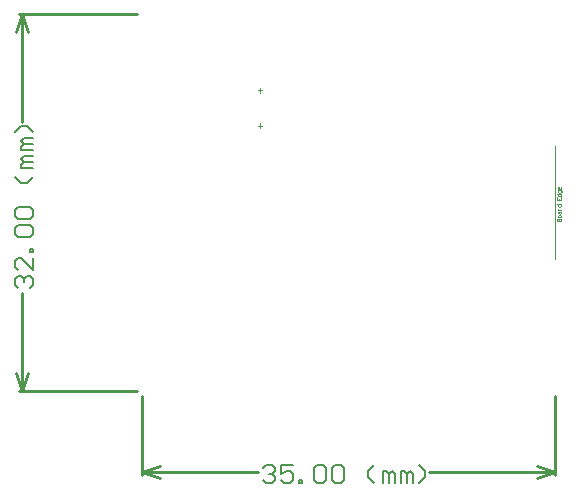
<source format=gm1>
G04 Layer_Color=16711935*
%FSLAX44Y44*%
%MOMM*%
G71*
G01*
G75*
%ADD35C,0.2540*%
%ADD39C,0.1000*%
%ADD63C,0.1524*%
%ADD64C,0.0800*%
D35*
X-104140Y320000D02*
X-4040D01*
X-104140Y0D02*
X-4040D01*
X-101600Y228558D02*
Y320000D01*
Y0D02*
Y83314D01*
X-106680Y304760D02*
X-101600Y320000D01*
X-96520Y304760D01*
X-101600Y0D02*
X-96520Y15240D01*
X-106680D02*
X-101600Y0D01*
X350000Y-71120D02*
Y-4040D01*
X0Y-71120D02*
Y-4040D01*
X243558Y-68580D02*
X350000D01*
X0D02*
X98314D01*
X334760Y-63500D02*
X350000Y-68580D01*
X334760Y-73660D02*
X350000Y-68580D01*
X0D02*
X15240Y-73660D01*
X0Y-68580D02*
X15240Y-63500D01*
D39*
X100000Y223000D02*
X100000Y227000D01*
X98000Y225000D02*
X102000D01*
X100000Y253000D02*
X100000Y257000D01*
X98000Y255000D02*
X102000Y255000D01*
X350000Y112500D02*
Y207500D01*
D63*
X-105154Y87378D02*
X-107694Y89917D01*
Y94996D01*
X-105154Y97535D01*
X-102615D01*
X-100076Y94996D01*
Y92457D01*
Y94996D01*
X-97537Y97535D01*
X-94998D01*
X-92458Y94996D01*
Y89917D01*
X-94998Y87378D01*
X-92458Y112770D02*
Y102613D01*
X-102615Y112770D01*
X-105154D01*
X-107694Y110231D01*
Y105152D01*
X-105154Y102613D01*
X-92458Y117848D02*
X-94998D01*
Y120387D01*
X-92458D01*
Y117848D01*
X-105154Y130544D02*
X-107694Y133083D01*
Y138162D01*
X-105154Y140701D01*
X-94998D01*
X-92458Y138162D01*
Y133083D01*
X-94998Y130544D01*
X-105154D01*
Y145779D02*
X-107694Y148319D01*
Y153397D01*
X-105154Y155936D01*
X-94998D01*
X-92458Y153397D01*
Y148319D01*
X-94998Y145779D01*
X-105154D01*
X-92458Y181328D02*
X-97537Y176249D01*
X-102615D01*
X-107694Y181328D01*
X-92458Y188945D02*
X-102615D01*
Y191485D01*
X-100076Y194024D01*
X-92458D01*
X-100076D01*
X-102615Y196563D01*
X-100076Y199102D01*
X-92458D01*
Y204180D02*
X-102615D01*
Y206720D01*
X-100076Y209259D01*
X-92458D01*
X-100076D01*
X-102615Y211798D01*
X-100076Y214337D01*
X-92458D01*
Y219415D02*
X-97537Y224494D01*
X-102615D01*
X-107694Y219415D01*
X102378Y-65026D02*
X104917Y-62487D01*
X109996D01*
X112535Y-65026D01*
Y-67565D01*
X109996Y-70104D01*
X107457D01*
X109996D01*
X112535Y-72643D01*
Y-75182D01*
X109996Y-77722D01*
X104917D01*
X102378Y-75182D01*
X127770Y-62487D02*
X117613D01*
Y-70104D01*
X122692Y-67565D01*
X125231D01*
X127770Y-70104D01*
Y-75182D01*
X125231Y-77722D01*
X120152D01*
X117613Y-75182D01*
X132848Y-77722D02*
Y-75182D01*
X135387D01*
Y-77722D01*
X132848D01*
X145544Y-65026D02*
X148083Y-62487D01*
X153162D01*
X155701Y-65026D01*
Y-75182D01*
X153162Y-77722D01*
X148083D01*
X145544Y-75182D01*
Y-65026D01*
X160779D02*
X163319Y-62487D01*
X168397D01*
X170936Y-65026D01*
Y-75182D01*
X168397Y-77722D01*
X163319D01*
X160779Y-75182D01*
Y-65026D01*
X196328Y-77722D02*
X191249Y-72643D01*
Y-67565D01*
X196328Y-62487D01*
X203945Y-77722D02*
Y-67565D01*
X206485D01*
X209024Y-70104D01*
Y-77722D01*
Y-70104D01*
X211563Y-67565D01*
X214102Y-70104D01*
Y-77722D01*
X219180D02*
Y-67565D01*
X221720D01*
X224259Y-70104D01*
Y-77722D01*
Y-70104D01*
X226798Y-67565D01*
X229337Y-70104D01*
Y-77722D01*
X234415D02*
X239494Y-72643D01*
Y-67565D01*
X234415Y-62487D01*
D64*
X351551Y144325D02*
X354550D01*
Y145824D01*
X354050Y146324D01*
X353550D01*
X353050Y145824D01*
Y144325D01*
Y145824D01*
X352551Y146324D01*
X352051D01*
X351551Y145824D01*
Y144325D01*
X354550Y147824D02*
Y148824D01*
X354050Y149323D01*
X353050D01*
X352551Y148824D01*
Y147824D01*
X353050Y147324D01*
X354050D01*
X354550Y147824D01*
X352551Y150823D02*
Y151823D01*
X353050Y152322D01*
X354550D01*
Y150823D01*
X354050Y150323D01*
X353550Y150823D01*
Y152322D01*
X352551Y153322D02*
X354550D01*
X353550D01*
X353050Y153822D01*
X352551Y154322D01*
Y154822D01*
X351551Y158321D02*
X354550D01*
Y156821D01*
X354050Y156321D01*
X353050D01*
X352551Y156821D01*
Y158321D01*
X351551Y164319D02*
Y162319D01*
X354550D01*
Y164319D01*
X353050Y162319D02*
Y163319D01*
X351551Y167318D02*
X354550D01*
Y165818D01*
X354050Y165318D01*
X353050D01*
X352551Y165818D01*
Y167318D01*
X355550Y169317D02*
Y169817D01*
X355050Y170317D01*
X352551D01*
Y168817D01*
X353050Y168317D01*
X354050D01*
X354550Y168817D01*
Y170317D01*
Y172816D02*
Y171816D01*
X354050Y171316D01*
X353050D01*
X352551Y171816D01*
Y172816D01*
X353050Y173316D01*
X353550D01*
Y171316D01*
M02*

</source>
